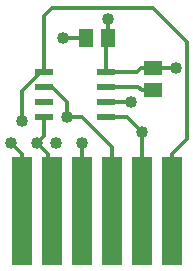
<source format=gbr>
G04 DipTrace 2.4.0.2*
%INTop.gbr*%
%MOIN*%
%ADD13C,0.013*%
%ADD15R,0.0512X0.0591*%
%ADD16R,0.065X0.36*%
%ADD17R,0.0591X0.0512*%
%ADD19R,0.0598X0.0236*%
%ADD20C,0.04*%
%FSLAX44Y44*%
G04*
G70*
G90*
G75*
G01*
%LNTop*%
%LPD*%
X-2000Y4125D2*
D13*
X-1625Y3750D1*
Y1875D1*
X-1500D1*
X-373Y7625D2*
X-1125D1*
X-2000Y4125D2*
X-1750Y4375D1*
Y5000D1*
X-500Y1875D2*
Y4125D1*
X297Y5500D2*
X1125D1*
X297Y5000D2*
X1000D1*
X1500Y4500D1*
Y4260D1*
Y2625D1*
X1250D1*
X1500Y2375D1*
Y1875D1*
X-1750Y6000D2*
X-1500D1*
X-1000Y5500D1*
Y5000D1*
X500Y1875D2*
Y4000D1*
X-500Y5000D1*
X-1000D1*
X297Y6500D2*
X1350D1*
X1475Y6625D1*
X1875D1*
X297Y6500D2*
Y7547D1*
X375Y7625D1*
X1875Y6625D2*
X2625D1*
X-2500Y1875D2*
Y3750D1*
X-2875Y4125D1*
X375Y8250D2*
Y7625D1*
X-2500Y4875D2*
Y5875D1*
X-1875Y6500D1*
X-1750D1*
X2500Y1875D2*
Y3750D1*
X3000Y4250D1*
Y7500D1*
X1875Y8625D1*
X-1500D1*
X-1750Y8375D1*
Y6500D1*
X297Y6000D2*
X1375D1*
X1498Y5877D1*
X1875D1*
D20*
X-2875Y4125D3*
X375Y8250D3*
X-2000Y4125D3*
X-1125Y7625D3*
X2625Y6625D3*
X1125Y5500D3*
X-500Y4125D3*
X-1000Y5000D3*
X-2500Y4875D3*
X-1375Y4125D3*
X1500Y4500D3*
D15*
X375Y7625D3*
X-373D3*
D16*
X-2500Y1875D3*
X-1500D3*
X-500D3*
X500D3*
X1500D3*
X2500D3*
D17*
X1875Y6625D3*
Y5877D3*
D19*
X-1750Y6500D3*
Y6000D3*
Y5500D3*
Y5000D3*
X297D3*
Y5500D3*
Y6000D3*
Y6500D3*
M02*

</source>
